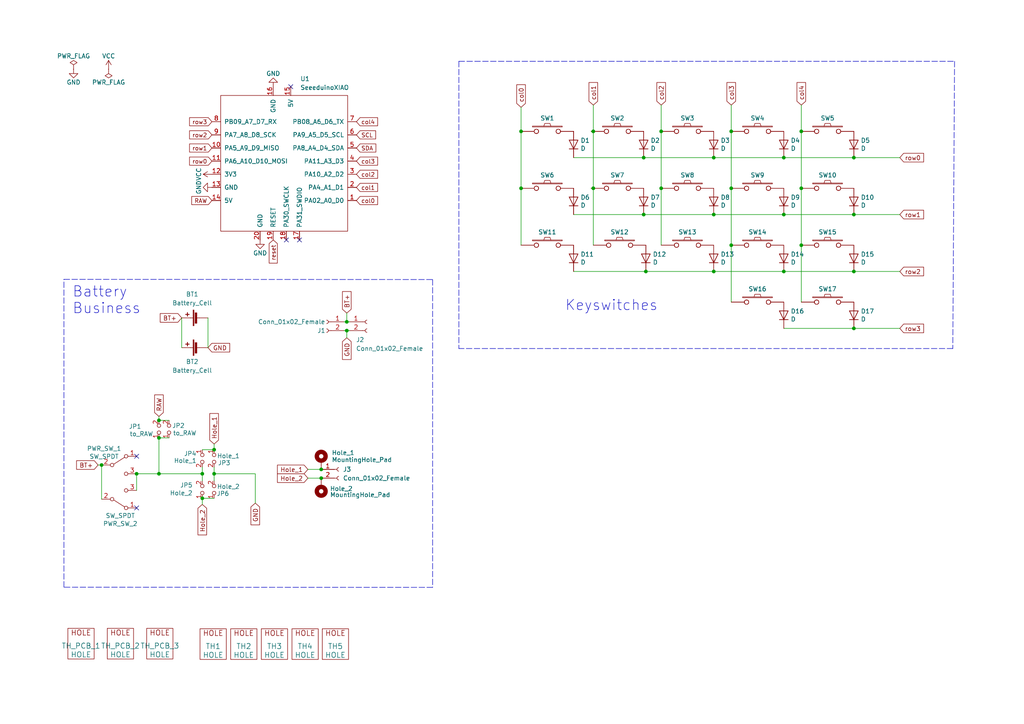
<source format=kicad_sch>
(kicad_sch (version 20211123) (generator eeschema)
  (paper "A4")
  (title_block (title "Kretsträd") (company "by JW"))
  (lib_symbols
    (symbol "Connector:Conn_01x02_Female" (pin_names (offset 1.016) hide)
      (property "Reference" "J" (at 0 2.54 0))
      (property "Value" "Conn_01x02_Female" (at 0 -5.08 0))
      (symbol "Conn_01x02_Female_1_1"
        (arc (start 0 -2.032) (mid -0.508 -2.54) (end 0 -3.048) (stroke (width 0.1524)))
        (polyline (pts (xy -1.27 -2.54) (xy -0.508 -2.54)) (stroke (width 0.1524)))
        (polyline (pts (xy -1.27 0) (xy -0.508 0)) (stroke (width 0.1524)))
        (arc (start 0 0.508) (mid -0.508 0) (end 0 -0.508) (stroke (width 0.1524)))
        (pin passive line (at -5.08 0 0) (length 3.81) (name "Pin_1") (number "1"))
        (pin passive line (at -5.08 -2.54 0) (length 3.81) (name "Pin_2") (number "2"))
      )
    )
    (symbol "Device:Battery_Cell" (pin_numbers hide) (pin_names (offset 0) hide)
      (property "Reference" "BT" (at 2.54 2.54 0))
      (property "Value" "Battery_Cell" (at 2.54 0 0))
      (symbol "Battery_Cell_0_1"
        (rectangle (start -2.286 1.778) (end 2.286 1.524) (fill (type outline)))
        (rectangle (start -1.5748 1.1938) (end 1.4732 0.6858) (fill (type outline)))
        (polyline (pts (xy 0 0.762) (xy 0 0)))
        (polyline (pts (xy 0 1.778) (xy 0 2.54)))
        (polyline (pts (xy 0.508 3.429) (xy 1.524 3.429)) (stroke (width 0.254)))
        (polyline (pts (xy 1.016 3.937) (xy 1.016 2.921)) (stroke (width 0.254)))
      )
      (symbol "Battery_Cell_1_1"
        (pin passive line (at 0 5.08 270) (length 2.54) (name "+") (number "1"))
        (pin passive line (at 0 -2.54 90) (length 2.54) (name "-") (number "2"))
      )
    )
    (symbol "Jumper_NO_Small_1" (pin_names (offset 0.762) hide)
      (property "Reference" "JP" (at 0 2.032 0))
      (property "Value" "Jumper_NO_Small_1" (at 0.254 -1.524 0))
      (symbol "Jumper_NO_Small_1_0_1"
        (circle (center -1.016 0) (radius 0.508))
        (circle (center 1.016 0) (radius 0.508))
        (pin passive line (at -2.54 0 0) (length 1.016) (name "1") (number "1"))
        (pin passive line (at 2.54 0 180) (length 1.016) (name "2") (number "2"))
      )
    )
    (symbol "Mechanical:MountingHole_Pad" (pin_numbers hide) (pin_names (offset 1.016) hide)
      (property "Reference" "H" (at 0 6.35 0))
      (property "Value" "MountingHole_Pad" (at 0 4.445 0))
      (symbol "MountingHole_Pad_0_1"
        (circle (center 0 1.27) (radius 1.27) (stroke (width 1.27)))
      )
      (symbol "MountingHole_Pad_1_1"
        (pin input line (at 0 -2.54 90) (length 2.54) (name "1") (number "1"))
      )
    )
    (symbol "Seeeduino XIAO:SeeeduinoXIAO" (pin_names (offset 1.016))
      (property "Reference" "U" (at -19.05 22.86 0))
      (property "Value" "SeeeduinoXIAO" (at -12.7 21.59 0))
      (symbol "SeeeduinoXIAO_0_1"
        (rectangle (start -19.05 20.32) (end 17.78 -19.05))
      )
      (symbol "SeeeduinoXIAO_1_1"
        (pin unspecified line (at -21.59 11.43 0) (length 2.54) (name "PA02_A0_D0") (number "1"))
        (pin unspecified line (at 20.32 -3.81 180) (length 2.54) (name "PA5_A9_D9_MISO") (number "10"))
        (pin unspecified line (at 20.32 0 180) (length 2.54) (name "PA6_A10_D10_MOSI") (number "11"))
        (pin unspecified line (at 20.32 3.81 180) (length 2.54) (name "3V3") (number "12"))
        (pin unspecified line (at 20.32 7.62 180) (length 2.54) (name "GND") (number "13"))
        (pin unspecified line (at 20.32 11.43 180) (length 2.54) (name "5V") (number "14"))
        (pin input line (at -2.54 -21.59 90) (length 2.54) (name "5V") (number "15"))
        (pin input line (at 2.54 -21.59 90) (length 2.54) (name "GND") (number "16"))
        (pin input line (at -5.08 22.86 270) (length 2.54) (name "PA31_SWDIO") (number "17"))
        (pin input line (at -1.27 22.86 270) (length 2.54) (name "PA30_SWCLK") (number "18"))
        (pin input line (at 2.54 22.86 270) (length 2.54) (name "RESET") (number "19"))
        (pin unspecified line (at -21.59 7.62 0) (length 2.54) (name "PA4_A1_D1") (number "2"))
        (pin input line (at 6.35 22.86 270) (length 2.54) (name "GND") (number "20"))
        (pin unspecified line (at -21.59 3.81 0) (length 2.54) (name "PA10_A2_D2") (number "3"))
        (pin unspecified line (at -21.59 0 0) (length 2.54) (name "PA11_A3_D3") (number "4"))
        (pin unspecified line (at -21.59 -3.81 0) (length 2.54) (name "PA8_A4_D4_SDA") (number "5"))
        (pin unspecified line (at -21.59 -7.62 0) (length 2.54) (name "PA9_A5_D5_SCL") (number "6"))
        (pin unspecified line (at -21.59 -11.43 0) (length 2.54) (name "PB08_A6_D6_TX") (number "7"))
        (pin unspecified line (at 20.32 -11.43 180) (length 2.54) (name "PB09_A7_D7_RX") (number "8"))
        (pin unspecified line (at 20.32 -7.62 180) (length 2.54) (name "PA7_A8_D8_SCK") (number "9"))
      )
    )
    (symbol "SofleKeyboard-rescue:D-Lily58-cache-Lily58_Pro-rescue" (pin_numbers hide) (pin_names (offset 1.016) hide)
      (property "Reference" "D" (at 0 2.54 0))
      (property "Value" "D-Lily58-cache-Lily58_Pro-rescue" (at 0 -2.54 0))
      (symbol "D-Lily58-cache-Lily58_Pro-rescue_0_1"
        (polyline (pts (xy -1.27 1.27) (xy -1.27 -1.27)) (stroke (width 0.2032)))
        (polyline (pts (xy 1.27 0) (xy -1.27 0)))
        (polyline (pts (xy 1.27 1.27) (xy 1.27 -1.27) (xy -1.27 0) (xy 1.27 1.27)) (stroke (width 0.2032)))
      )
      (symbol "D-Lily58-cache-Lily58_Pro-rescue_1_1"
        (pin passive line (at -3.81 0 0) (length 2.54) (name "K") (number "1"))
        (pin passive line (at 3.81 0 180) (length 2.54) (name "A") (number "2"))
      )
    )
    (symbol "SofleKeyboard-rescue:HOLE-Lily58-cache-Lily58_Pro-rescue" (pin_names (offset 1.016))
      (property "Reference" "U" (at 0 0 0))
      (property "Value" "HOLE-Lily58-cache-Lily58_Pro-rescue" (at 0 -5.08 0))
      (symbol "HOLE-Lily58-cache-Lily58_Pro-rescue_0_0"
        (text "HOLE" (at 0 3.81 0) (effects (font (size 1.524 1.524))))
      )
      (symbol "HOLE-Lily58-cache-Lily58_Pro-rescue_0_1"
        (rectangle (start 3.81 5.08) (end -3.81 -3.81))
      )
    )
    (symbol "SofleKeyboard-rescue:SW_PUSH-Lily58-cache-Lily58_Pro-rescue" (pin_numbers hide) (pin_names (offset 1.016) hide)
      (property "Reference" "SW" (at 3.81 2.794 0))
      (property "Value" "SW_PUSH-Lily58-cache-Lily58_Pro-rescue" (at 0 -2.032 0))
      (symbol "SW_PUSH-Lily58-cache-Lily58_Pro-rescue_0_1"
        (rectangle (start -4.318 1.27) (end 4.318 1.524))
        (polyline (pts (xy -1.016 1.524) (xy -0.762 2.286) (xy 0.762 2.286) (xy 1.016 1.524)))
        (pin passive inverted (at -7.62 0 0) (length 5.08) (name "1") (number "1"))
        (pin passive inverted (at 7.62 0 180) (length 5.08) (name "2") (number "2"))
      )
    )
    (symbol "Switch:SW_SPDT" (pin_names (offset 0) hide)
      (property "Reference" "SW" (at 0 4.318 0))
      (property "Value" "SW_SPDT" (at 0 -5.08 0))
      (symbol "SW_SPDT_0_0"
        (circle (center -2.032 0) (radius 0.508))
        (circle (center 2.032 -2.54) (radius 0.508))
      )
      (symbol "SW_SPDT_0_1"
        (polyline (pts (xy -1.524 0.254) (xy 1.651 2.286)))
        (circle (center 2.032 2.54) (radius 0.508))
      )
      (symbol "SW_SPDT_1_1"
        (pin passive line (at 5.08 2.54 180) (length 2.54) (name "A") (number "1"))
        (pin passive line (at -5.08 0 0) (length 2.54) (name "B") (number "2"))
        (pin passive line (at 5.08 -2.54 180) (length 2.54) (name "C") (number "3"))
      )
    )
    (symbol "power:GND" (power) (pin_names (offset 0))
      (property "Value" "GND" (at 0 -3.81 0))
      (symbol "GND_0_1"
        (polyline (pts (xy 0 0) (xy 0 -1.27) (xy 1.27 -1.27) (xy 0 -2.54) (xy -1.27 -1.27) (xy 0 -1.27)))
      )
      (symbol "GND_1_1"
        (pin power_in line (at 0 0 270) (length 0) hide (name "GND") (number "1"))
      )
    )
    (symbol "power:PWR_FLAG" (power) (pin_numbers hide) (pin_names (offset 0) hide)
      (property "Value" "PWR_FLAG" (at 0 3.81 0))
      (symbol "PWR_FLAG_0_0"
        (pin power_out line (at 0 0 90) (length 0) (name "pwr") (number "1"))
      )
      (symbol "PWR_FLAG_0_1"
        (polyline (pts (xy 0 0) (xy 0 1.27) (xy -1.016 1.905) (xy 0 2.54) (xy 1.016 1.905) (xy 0 1.27)))
      )
    )
    (symbol "power:VCC" (power) (pin_names (offset 0))
      (property "Value" "VCC" (at 0 3.81 0))
      (symbol "VCC_0_1"
        (polyline (pts (xy -0.762 1.27) (xy 0 2.54)))
        (polyline (pts (xy 0 0) (xy 0 2.54)))
        (polyline (pts (xy 0 2.54) (xy 0.762 1.27)))
      )
      (symbol "VCC_1_1"
        (pin power_in line (at 0 0 90) (length 0) hide (name "VCC") (number "1"))
      )
    )
  )
  (junction (at 227.33 45.72))
  (junction (at 247.65 45.72))
  (junction (at 247.65 78.74))
  (junction (at 29.464 134.874))
  (junction (at 151.13 38.1))
  (junction (at 191.77 54.61))
  (junction (at 227.33 78.74))
  (junction (at 247.65 95.25))
  (junction (at 207.01 78.74))
  (junction (at 212.09 38.1))
  (junction (at 247.65 62.23))
  (junction (at 232.41 54.61))
  (junction (at 212.09 71.12))
  (junction (at 151.13 54.61))
  (junction (at 62.103 137.414))
  (junction (at 58.674 137.414))
  (junction (at 186.69 62.23))
  (junction (at 172.085 38.1))
  (junction (at 187.325 78.74))
  (junction (at 62.103 130.429))
  (junction (at 58.674 144.526))
  (junction (at 232.41 38.1))
  (junction (at 212.09 54.61))
  (junction (at 39.624 137.414))
  (junction (at 93.1672 138.684))
  (junction (at 172.085 54.61))
  (junction (at 46.101 121.92))
  (junction (at 191.77 38.1))
  (junction (at 207.01 45.72))
  (junction (at 93.1672 136.144))
  (junction (at 46.101 127))
  (junction (at 232.41 71.12))
  (junction (at 46.101 137.414))
  (junction (at 100.584 95.885))
  (junction (at 227.33 62.23))
  (junction (at 207.01 62.23))
  (junction (at 186.69 45.72))
  (junction (at 100.584 93.345))
  (no_connect (at 86.868 69.596))
  (no_connect (at 39.624 147.32))
  (no_connect (at 84.328 25.146))
  (no_connect (at 83.058 69.596))
  (no_connect (at 39.624 132.334))
  (wire (pts (xy 46.101 137.414) (xy 39.624 137.414)))
  (wire (pts (xy 191.77 38.1) (xy 191.77 54.61)))
  (polyline (pts (xy 276.352 101.092) (xy 133.096 101.092)))
  (wire (pts (xy 29.464 134.874) (xy 29.464 144.78)))
  (polyline (pts (xy 125.476 170.3578) (xy 18.542 170.307)))
  (wire (pts (xy 151.13 38.1) (xy 151.13 54.61)))
  (wire (pts (xy 187.325 78.74) (xy 207.01 78.74)))
  (wire (pts (xy 89.3064 138.684) (xy 93.1672 138.684)))
  (wire (pts (xy 46.101 120.777) (xy 46.101 121.92)))
  (wire (pts (xy 58.674 139.446) (xy 58.674 137.414)))
  (wire (pts (xy 166.37 62.23) (xy 186.69 62.23)))
  (wire (pts (xy 247.65 45.72) (xy 260.985 45.72)))
  (wire (pts (xy 74.041 137.414) (xy 74.041 145.923)))
  (wire (pts (xy 99.822 95.885) (xy 100.584 95.885)))
  (wire (pts (xy 99.822 93.345) (xy 100.584 93.345)))
  (wire (pts (xy 212.09 38.1) (xy 212.09 54.61)))
  (wire (pts (xy 28.448 134.874) (xy 29.464 134.874)))
  (wire (pts (xy 58.674 135.509) (xy 58.674 137.414)))
  (wire (pts (xy 60.325 92.202) (xy 60.325 100.838)))
  (polyline (pts (xy 276.86 17.78) (xy 276.352 101.092)))
  (wire (pts (xy 232.41 71.12) (xy 232.41 87.63)))
  (wire (pts (xy 62.103 137.414) (xy 74.041 137.414)))
  (wire (pts (xy 172.085 54.61) (xy 171.45 54.61)))
  (wire (pts (xy 212.09 54.61) (xy 212.09 71.12)))
  (wire (pts (xy 151.13 31.115) (xy 151.13 38.1)))
  (wire (pts (xy 62.103 135.509) (xy 62.103 137.414)))
  (wire (pts (xy 186.69 45.72) (xy 207.01 45.72)))
  (wire (pts (xy 46.101 121.92) (xy 49.022 121.92)))
  (wire (pts (xy 100.584 90.805) (xy 100.584 93.345)))
  (wire (pts (xy 52.705 92.202) (xy 52.705 100.838)))
  (wire (pts (xy 232.41 38.1) (xy 232.41 54.61)))
  (wire (pts (xy 247.65 62.23) (xy 260.985 62.23)))
  (wire (pts (xy 227.33 78.74) (xy 247.65 78.74)))
  (wire (pts (xy 172.085 38.1) (xy 172.085 54.61)))
  (wire (pts (xy 186.69 62.23) (xy 207.01 62.23)))
  (wire (pts (xy 62.103 128.778) (xy 62.103 130.429)))
  (wire (pts (xy 172.085 30.48) (xy 172.085 38.1)))
  (wire (pts (xy 46.101 127) (xy 46.101 137.414)))
  (wire (pts (xy 227.33 62.23) (xy 247.65 62.23)))
  (wire (pts (xy 207.01 62.23) (xy 227.33 62.23)))
  (wire (pts (xy 58.674 130.429) (xy 62.103 130.429)))
  (wire (pts (xy 100.584 95.885) (xy 100.584 97.9678)))
  (wire (pts (xy 232.41 30.48) (xy 232.41 38.1)))
  (wire (pts (xy 89.3064 136.144) (xy 93.1672 136.144)))
  (wire (pts (xy 212.09 30.48) (xy 212.09 38.1)))
  (wire (pts (xy 247.65 95.25) (xy 260.985 95.25)))
  (wire (pts (xy 191.77 30.48) (xy 191.77 38.1)))
  (wire (pts (xy 166.37 45.72) (xy 186.69 45.72)))
  (wire (pts (xy 46.101 127) (xy 49.022 127)))
  (wire (pts (xy 232.41 54.61) (xy 232.41 71.12)))
  (wire (pts (xy 58.674 144.526) (xy 62.103 144.526)))
  (polyline (pts (xy 125.476 81.0768) (xy 125.476 170.3578)))
  (wire (pts (xy 191.77 54.61) (xy 191.77 71.12)))
  (polyline (pts (xy 133.096 17.78) (xy 133.096 101.092)))
  (polyline (pts (xy 133.096 17.78) (xy 276.86 17.78)))
  (wire (pts (xy 212.09 71.12) (xy 212.09 87.63)))
  (wire (pts (xy 207.01 78.74) (xy 227.33 78.74)))
  (wire (pts (xy 58.674 144.526) (xy 58.674 146.304)))
  (wire (pts (xy 100.584 95.885) (xy 101.346 95.885)))
  (wire (pts (xy 58.674 137.414) (xy 46.101 137.414)))
  (wire (pts (xy 166.37 78.74) (xy 187.325 78.74)))
  (wire (pts (xy 39.624 137.414) (xy 39.624 142.24)))
  (wire (pts (xy 172.085 38.1) (xy 171.45 38.1)))
  (polyline (pts (xy 18.542 170.307) (xy 18.542 81.026)))
  (wire (pts (xy 207.01 45.72) (xy 227.33 45.72)))
  (wire (pts (xy 172.085 54.61) (xy 172.085 71.12)))
  (wire (pts (xy 151.13 54.61) (xy 151.13 71.12)))
  (wire (pts (xy 62.103 137.414) (xy 62.103 139.446)))
  (wire (pts (xy 227.33 45.72) (xy 247.65 45.72)))
  (wire (pts (xy 100.584 93.345) (xy 101.346 93.345)))
  (polyline (pts (xy 18.542 81.026) (xy 125.476 81.0768)))
  (wire (pts (xy 227.33 95.25) (xy 247.65 95.25)))
  (wire (pts (xy 247.65 78.74) (xy 260.985 78.74)))
  (text "Keyswitches" (at 163.83 90.424 0) (effects (font (size 2.9972 2.9972)) (justify left bottom)))
  (text "Battery\nBusiness" (at 20.955 91.313 0) (effects (font (size 2.9972 2.9972)) (justify left bottom)))
  (global_label "row3" (shape input) (at 260.985 95.25 0) (property "Intersheet References" "${INTERSHEET_REFS}" (effects hide)))
  (global_label "GND" (shape input) (at 100.584 97.9678 270) (property "Intersheet References" "${INTERSHEET_REFS}" (effects hide)))
  (global_label "row1" (shape input) (at 260.985 62.23 0) (property "Intersheet References" "${INTERSHEET_REFS}" (effects hide)))
  (global_label "col3" (shape input) (at 103.378 46.736 0) (effects (font (size 1.1938 1.1938))) (property "Intersheet References" "${INTERSHEET_REFS}" (effects hide)))
  (global_label "SDA" (shape input) (at 103.378 42.926 0) (effects (font (size 1.1938 1.1938))) (property "Intersheet References" "${INTERSHEET_REFS}" (effects hide)))
  (global_label "BT+" (shape input) (at 100.584 90.805 90) (property "Intersheet References" "${INTERSHEET_REFS}" (effects hide)))
  (global_label "col0" (shape input) (at 103.378 58.166 0) (effects (font (size 1.1938 1.1938))) (property "Intersheet References" "${INTERSHEET_REFS}" (effects hide)))
  (global_label "col1" (shape input) (at 103.378 54.356 0) (effects (font (size 1.1938 1.1938))) (property "Intersheet References" "${INTERSHEET_REFS}" (effects hide)))
  (global_label "Hole_1" (shape input) (at 89.3064 136.144 180) (property "Intersheet References" "${INTERSHEET_REFS}" (effects hide)))
  (global_label "BT+" (shape input) (at 52.705 92.202 180) (property "Intersheet References" "${INTERSHEET_REFS}" (effects hide)))
  (global_label "GND" (shape input) (at 74.041 145.923 270) (property "Intersheet References" "${INTERSHEET_REFS}" (effects hide)))
  (global_label "GND" (shape input) (at 60.325 100.838 0) (property "Intersheet References" "${INTERSHEET_REFS}" (effects hide)))
  (global_label "reset" (shape input) (at 79.248 69.596 270) (effects (font (size 1.1938 1.1938))) (property "Intersheet References" "${INTERSHEET_REFS}" (effects hide)))
  (global_label "row0" (shape input) (at 260.985 45.72 0) (property "Intersheet References" "${INTERSHEET_REFS}" (effects hide)))
  (global_label "Hole_2" (shape input) (at 58.674 146.304 270) (property "Intersheet References" "${INTERSHEET_REFS}" (effects hide)))
  (global_label "col2" (shape input) (at 191.77 30.48 90) (property "Intersheet References" "${INTERSHEET_REFS}" (effects hide)))
  (global_label "col1" (shape input) (at 172.085 30.48 90) (property "Intersheet References" "${INTERSHEET_REFS}" (effects hide)))
  (global_label "row2" (shape input) (at 61.468 39.116 180) (effects (font (size 1.1938 1.1938))) (property "Intersheet References" "${INTERSHEET_REFS}" (effects hide)))
  (global_label "row1" (shape input) (at 61.468 42.926 180) (effects (font (size 1.1938 1.1938))) (property "Intersheet References" "${INTERSHEET_REFS}" (effects hide)))
  (global_label "Hole_1" (shape input) (at 62.103 128.778 90) (property "Intersheet References" "${INTERSHEET_REFS}" (effects hide)))
  (global_label "row0" (shape input) (at 61.468 46.736 180) (effects (font (size 1.1938 1.1938))) (property "Intersheet References" "${INTERSHEET_REFS}" (effects hide)))
  (global_label "RAW" (shape input) (at 46.101 120.777 90) (property "Intersheet References" "${INTERSHEET_REFS}" (effects hide)))
  (global_label "col2" (shape input) (at 103.378 50.546 0) (effects (font (size 1.1938 1.1938))) (property "Intersheet References" "${INTERSHEET_REFS}" (effects hide)))
  (global_label "row3" (shape input) (at 61.468 35.306 180) (effects (font (size 1.1938 1.1938))) (property "Intersheet References" "${INTERSHEET_REFS}" (effects hide)))
  (global_label "col3" (shape input) (at 212.09 30.48 90) (property "Intersheet References" "${INTERSHEET_REFS}" (effects hide)))
  (global_label "SCL" (shape input) (at 103.378 39.116 0) (effects (font (size 1.1938 1.1938))) (property "Intersheet References" "${INTERSHEET_REFS}" (effects hide)))
  (global_label "col4" (shape input) (at 232.41 30.48 90) (property "Intersheet References" "${INTERSHEET_REFS}" (effects hide)))
  (global_label "BT+" (shape input) (at 28.448 134.874 180) (property "Intersheet References" "${INTERSHEET_REFS}" (effects hide)))
  (global_label "RAW" (shape input) (at 61.468 58.166 180) (effects (font (size 1.1938 1.1938))) (property "Intersheet References" "${INTERSHEET_REFS}" (effects hide)))
  (global_label "Hole_2" (shape input) (at 89.3064 138.684 180) (property "Intersheet References" "${INTERSHEET_REFS}" (effects hide)))
  (global_label "col4" (shape input) (at 103.378 35.306 0) (effects (font (size 1.1938 1.1938))) (property "Intersheet References" "${INTERSHEET_REFS}" (effects hide)))
  (global_label "col0" (shape input) (at 151.13 31.115 90) (property "Intersheet References" "${INTERSHEET_REFS}" (effects hide)))
  (global_label "row2" (shape input) (at 260.985 78.74 0) (property "Intersheet References" "${INTERSHEET_REFS}" (effects hide)))
  (symbol (lib_id "power:GND") (at 21.336 20.066 0) (unit 1)
    (property "Reference" "#PWR03" (effects hide))
    (property "Value" "GND" (at 21.336 23.876 0))
  )
  (symbol (lib_id "power:VCC") (at 31.496 20.066 0) (unit 1)
    (property "Reference" "#PWR04" (effects hide))
    (property "Value" "VCC" (at 31.496 16.256 0))
  )
  (symbol (lib_id "power:PWR_FLAG") (at 31.496 20.066 180) (unit 1)
    (property "Reference" "#FLG05" (effects hide))
    (property "Value" "PWR_FLAG" (at 31.496 23.876 0))
  )
  (symbol (lib_id "power:PWR_FLAG") (at 21.336 20.066 0) (unit 1)
    (property "Reference" "#FLG06" (effects hide))
    (property "Value" "PWR_FLAG" (at 21.336 16.256 0))
  )
  (symbol (lib_id "Connector:Conn_01x02_Female") (at 94.742 93.345 0) (mirror y) (unit 1)
    (property "Reference" "J1" (at 93.218 95.885 0))
    (property "Value" "Conn_01x02_Female" (at 84.582 93.345 0))
    (property "Footprint" "Connector_Molex:Molex_Panelmate_53780-0270_1x02-1MP_P1.25mm_Horizontal" (effects hide))
  )
  (symbol (lib_id "Mechanical:MountingHole_Pad") (at 93.1672 133.604 0) (unit 1)
    (property "Reference" "Hole_1" (at 96.2152 131.318 0) (effects (justify left)))
    (property "Value" "MountingHole_Pad" (at 96.2152 133.35 0) (effects (justify left)))
    (property "Footprint" "kbd:1pin_conn" (effects hide))
  )
  (symbol (lib_id "SofleKeyboard-rescue:D-Lily58-cache-Lily58_Pro-rescue") (at 227.33 74.93 90) (unit 1)
    (property "Reference" "D14" (at 229.3366 73.7616 90) (effects (justify right)))
    (property "Value" "D" (at 229.3366 76.073 90) (effects (justify right)))
    (property "Footprint" "jw_custom_footprint:Diode_SOD123_THT_2" (effects hide))
  )
  (symbol (lib_id "Switch:SW_SPDT") (at 34.544 144.78 0) (mirror x) (unit 1)
    (property "Reference" "PWR_SW_2" (at 34.8996 151.892 0))
    (property "Value" "SW_SPDT" (at 34.8996 149.5806 0))
    (property "Footprint" "Button_Switch_SMD:SW_SPDT_PCM12" (effects hide))
  )
  (symbol (lib_id "SofleKeyboard-rescue:D-Lily58-cache-Lily58_Pro-rescue") (at 227.33 91.44 90) (unit 1)
    (property "Reference" "D16" (at 229.3366 90.2716 90) (effects (justify right)))
    (property "Value" "D" (at 229.3366 92.583 90) (effects (justify right)))
    (property "Footprint" "jw_custom_footprint:Diode_SOD123_THT_2" (effects hide))
  )
  (symbol (lib_id "SofleKeyboard-rescue:SW_PUSH-Lily58-cache-Lily58_Pro-rescue") (at 240.03 54.61 0) (unit 1)
    (property "Reference" "SW10" (at 240.03 50.8 0))
    (property "Value" "SW_PUSH" (effects hide))
    (property "Footprint" "jw_custom_footprint:Kailh_socket_PG1350_v1_reversible" (effects hide))
  )
  (symbol (lib_id "power:GND") (at 75.438 69.596 0) (unit 1)
    (property "Reference" "#PWR0101" (effects hide))
    (property "Value" "GND" (at 75.438 73.406 0))
  )
  (symbol (lib_id "SofleKeyboard-rescue:SW_PUSH-Lily58-cache-Lily58_Pro-rescue") (at 240.03 38.1 0) (unit 1)
    (property "Reference" "SW5" (at 240.03 34.29 0))
    (property "Value" "SW_PUSH" (effects hide))
    (property "Footprint" "jw_custom_footprint:Kailh_socket_PG1350_v1_reversible" (effects hide))
  )
  (symbol (lib_name "Jumper_NO_Small_1") (lib_id "Device:Jumper_NO_Small") (at 58.674 141.986 90) (unit 1)
    (property "Reference" "JP5" (at 55.88 140.716 90) (effects (justify left)))
    (property "Value" "Hole_2" (at 55.88 143.002 90) (effects (justify left)))
    (property "Footprint" "Jumper:SolderJumper-2_P1.3mm_Open_RoundedPad1.0x1.5mm" (effects hide))
  )
  (symbol (lib_id "power:GND") (at 61.468 54.356 270) (unit 1)
    (property "Reference" "#PWR0102" (effects hide))
    (property "Value" "GND" (at 57.658 54.356 0))
  )
  (symbol (lib_id "SofleKeyboard-rescue:HOLE-Lily58-cache-Lily58_Pro-rescue") (at 97.282 187.452 0) (unit 1)
    (property "Reference" "TH5" (at 97.282 187.452 0) (effects (font (size 1.524 1.524))))
    (property "Value" "HOLE" (at 97.282 189.992 0) (effects (font (size 1.524 1.524))))
    (property "Footprint" "MountingHole:MountingHole_3.2mm_M3" (effects hide))
  )
  (symbol (lib_id "Connector:Conn_01x02_Female") (at 106.426 93.345 0) (unit 1)
    (property "Reference" "J2" (at 103.251 98.552 0) (effects (justify left)))
    (property "Value" "Conn_01x02_Female" (at 103.251 101.092 0) (effects (justify left)))
    (property "Footprint" "Connector_Molex:Molex_Panelmate_53780-0270_1x02-1MP_P1.25mm_Horizontal" (effects hide))
  )
  (symbol (lib_name "Jumper_NO_Small_1") (lib_id "Device:Jumper_NO_Small") (at 58.674 132.969 270) (unit 1)
    (property "Reference" "JP4" (at 53.34 131.572 90) (effects (justify left)))
    (property "Value" "Hole_1" (at 50.419 133.604 90) (effects (justify left)))
    (property "Footprint" "Jumper:SolderJumper-2_P1.3mm_Open_RoundedPad1.0x1.5mm" (effects hide))
  )
  (symbol (lib_id "SofleKeyboard-rescue:D-Lily58-cache-Lily58_Pro-rescue") (at 166.37 41.91 90) (unit 1)
    (property "Reference" "D1" (at 168.3766 40.7416 90) (effects (justify right)))
    (property "Value" "D" (at 168.3766 43.053 90) (effects (justify right)))
    (property "Footprint" "jw_custom_footprint:Diode_SOD123_THT_2" (effects hide))
  )
  (symbol (lib_id "SofleKeyboard-rescue:SW_PUSH-Lily58-cache-Lily58_Pro-rescue") (at 219.71 54.61 0) (unit 1)
    (property "Reference" "SW9" (at 219.71 50.8 0))
    (property "Value" "SW_PUSH" (effects hide))
    (property "Footprint" "jw_custom_footprint:Kailh_socket_PG1350_v1_reversible" (effects hide))
  )
  (symbol (lib_id "SofleKeyboard-rescue:D-Lily58-cache-Lily58_Pro-rescue") (at 247.65 91.44 90) (unit 1)
    (property "Reference" "D17" (at 249.6566 90.2716 90) (effects (justify right)))
    (property "Value" "D" (at 249.6566 92.583 90) (effects (justify right)))
    (property "Footprint" "jw_custom_footprint:Diode_SOD123_THT_2" (effects hide))
  )
  (symbol (lib_id "SofleKeyboard-rescue:D-Lily58-cache-Lily58_Pro-rescue") (at 247.65 58.42 90) (unit 1)
    (property "Reference" "D10" (at 249.6566 57.2516 90) (effects (justify right)))
    (property "Value" "D" (at 249.6566 59.563 90) (effects (justify right)))
    (property "Footprint" "jw_custom_footprint:Diode_SOD123_THT_2" (effects hide))
  )
  (symbol (lib_id "SofleKeyboard-rescue:D-Lily58-cache-Lily58_Pro-rescue") (at 207.01 74.93 90) (unit 1)
    (property "Reference" "D13" (at 209.0166 73.7616 90) (effects (justify right)))
    (property "Value" "D" (at 209.0166 76.073 90) (effects (justify right)))
    (property "Footprint" "jw_custom_footprint:Diode_SOD123_THT_2" (effects hide))
  )
  (symbol (lib_id "Device:Battery_Cell") (at 57.785 100.838 90) (unit 1)
    (property "Reference" "BT2" (at 55.753 104.902 90))
    (property "Value" "Battery_Cell" (at 55.753 107.442 90))
    (property "Footprint" "jw_custom_footprint:BatteryHolder_Keystone_3034_1x20mm_mod" (effects hide))
  )
  (symbol (lib_id "SofleKeyboard-rescue:SW_PUSH-Lily58-cache-Lily58_Pro-rescue") (at 158.75 54.61 0) (unit 1)
    (property "Reference" "SW6" (at 158.75 50.8 0))
    (property "Value" "SW_PUSH" (effects hide))
    (property "Footprint" "jw_custom_footprint:Kailh_socket_PG1350_v1_reversible" (effects hide))
  )
  (symbol (lib_id "SofleKeyboard-rescue:SW_PUSH-Lily58-cache-Lily58_Pro-rescue") (at 219.71 38.1 0) (unit 1)
    (property "Reference" "SW4" (at 219.71 34.29 0))
    (property "Value" "SW_PUSH" (effects hide))
    (property "Footprint" "jw_custom_footprint:Kailh_socket_PG1350_v1_reversible" (effects hide))
  )
  (symbol (lib_id "SofleKeyboard-rescue:HOLE-Lily58-cache-Lily58_Pro-rescue") (at 61.8236 187.452 0) (unit 1)
    (property "Reference" "TH1" (at 61.8236 187.452 0) (effects (font (size 1.524 1.524))))
    (property "Value" "HOLE" (at 61.8236 189.992 0) (effects (font (size 1.524 1.524))))
    (property "Footprint" "MountingHole:MountingHole_3.2mm_M3" (effects hide))
  )
  (symbol (lib_id "power:VCC") (at 61.468 50.546 90) (unit 1)
    (property "Reference" "#PWR0103" (effects hide))
    (property "Value" "VCC" (at 57.658 50.546 0))
  )
  (symbol (lib_id "SofleKeyboard-rescue:HOLE-Lily58-cache-Lily58_Pro-rescue") (at 88.4936 187.452 0) (unit 1)
    (property "Reference" "TH4" (at 88.4936 187.452 0) (effects (font (size 1.524 1.524))))
    (property "Value" "HOLE" (at 88.4936 189.992 0) (effects (font (size 1.524 1.524))))
    (property "Footprint" "MountingHole:MountingHole_3.2mm_M3" (effects hide))
  )
  (symbol (lib_id "Switch:SW_SPDT") (at 34.544 134.874 0) (unit 1)
    (property "Reference" "PWR_SW_1" (at 30.2006 130.0988 0))
    (property "Value" "SW_SPDT" (at 30.2006 132.4102 0))
    (property "Footprint" "Button_Switch_SMD:SW_SPDT_PCM12" (effects hide))
  )
  (symbol (lib_name "Jumper_NO_Small_1") (lib_id "Device:Jumper_NO_Small") (at 46.101 124.46 90) (unit 1)
    (property "Reference" "JP1" (at 41.021 123.698 90) (effects (justify left)))
    (property "Value" "to_RAW" (at 44.45 125.857 90) (effects (justify left)))
    (property "Footprint" "Jumper:SolderJumper-2_P1.3mm_Open_RoundedPad1.0x1.5mm" (effects hide))
  )
  (symbol (lib_id "SofleKeyboard-rescue:HOLE-Lily58-cache-Lily58_Pro-rescue") (at 23.495 187.325 0) (unit 1)
    (property "Reference" "TH_PCB_1" (at 23.495 187.325 0) (effects (font (size 1.524 1.524))))
    (property "Value" "HOLE" (at 23.495 189.865 0) (effects (font (size 1.524 1.524))))
    (property "Footprint" "MountingHole:MountingHole_2.2mm_M2_Pad" (effects hide))
  )
  (symbol (lib_id "SofleKeyboard-rescue:D-Lily58-cache-Lily58_Pro-rescue") (at 207.01 58.42 90) (unit 1)
    (property "Reference" "D8" (at 209.0166 57.2516 90) (effects (justify right)))
    (property "Value" "D" (at 209.0166 59.563 90) (effects (justify right)))
    (property "Footprint" "jw_custom_footprint:Diode_SOD123_THT_2" (effects hide))
  )
  (symbol (lib_id "SofleKeyboard-rescue:SW_PUSH-Lily58-cache-Lily58_Pro-rescue") (at 179.07 54.61 0) (unit 1)
    (property "Reference" "SW7" (at 179.07 50.8 0))
    (property "Value" "SW_PUSH" (effects hide))
    (property "Footprint" "jw_custom_footprint:Kailh_socket_PG1350_v1_reversible" (effects hide))
  )
  (symbol (lib_name "Jumper_NO_Small_1") (lib_id "Device:Jumper_NO_Small") (at 62.103 141.986 90) (unit 1)
    (property "Reference" "JP6" (at 66.4972 143.1544 90) (effects (justify left)))
    (property "Value" "Hole_2" (at 69.5452 141.1224 90) (effects (justify left)))
    (property "Footprint" "Jumper:SolderJumper-2_P1.3mm_Open_RoundedPad1.0x1.5mm" (effects hide))
  )
  (symbol (lib_id "SofleKeyboard-rescue:D-Lily58-cache-Lily58_Pro-rescue") (at 207.01 41.91 90) (unit 1)
    (property "Reference" "D3" (at 209.0166 40.7416 90) (effects (justify right)))
    (property "Value" "D" (at 209.0166 43.053 90) (effects (justify right)))
    (property "Footprint" "jw_custom_footprint:Diode_SOD123_THT_2" (effects hide))
  )
  (symbol (lib_id "SofleKeyboard-rescue:D-Lily58-cache-Lily58_Pro-rescue") (at 187.325 74.93 90) (unit 1)
    (property "Reference" "D12" (at 189.3316 73.7616 90) (effects (justify right)))
    (property "Value" "D" (at 189.3316 76.073 90) (effects (justify right)))
    (property "Footprint" "jw_custom_footprint:Diode_SOD123_THT_2" (effects hide))
  )
  (symbol (lib_id "SofleKeyboard-rescue:SW_PUSH-Lily58-cache-Lily58_Pro-rescue") (at 199.39 54.61 0) (unit 1)
    (property "Reference" "SW8" (at 199.39 50.8 0))
    (property "Value" "SW_PUSH" (effects hide))
    (property "Footprint" "jw_custom_footprint:Kailh_socket_PG1350_v1_reversible" (effects hide))
  )
  (symbol (lib_id "SofleKeyboard-rescue:SW_PUSH-Lily58-cache-Lily58_Pro-rescue") (at 158.75 71.12 0) (unit 1)
    (property "Reference" "SW11" (at 158.75 67.31 0))
    (property "Value" "SW_PUSH" (effects hide))
    (property "Footprint" "jw_custom_footprint:Kailh_socket_PG1350_v1_reversible" (effects hide))
  )
  (symbol (lib_name "Jumper_NO_Small_1") (lib_id "Device:Jumper_NO_Small") (at 62.103 132.969 270) (unit 1)
    (property "Reference" "JP3" (at 63.1952 134.2644 90) (effects (justify left)))
    (property "Value" "Hole_1" (at 62.9412 132.2324 90) (effects (justify left)))
    (property "Footprint" "Jumper:SolderJumper-2_P1.3mm_Open_RoundedPad1.0x1.5mm" (effects hide))
  )
  (symbol (lib_id "SofleKeyboard-rescue:HOLE-Lily58-cache-Lily58_Pro-rescue") (at 70.7136 187.452 0) (unit 1)
    (property "Reference" "TH2" (at 70.7136 187.452 0) (effects (font (size 1.524 1.524))))
    (property "Value" "HOLE" (at 70.7136 189.992 0) (effects (font (size 1.524 1.524))))
    (property "Footprint" "MountingHole:MountingHole_3.2mm_M3" (effects hide))
  )
  (symbol (lib_id "SofleKeyboard-rescue:SW_PUSH-Lily58-cache-Lily58_Pro-rescue") (at 199.39 38.1 0) (unit 1)
    (property "Reference" "SW3" (at 199.39 34.29 0))
    (property "Value" "SW_PUSH" (effects hide))
    (property "Footprint" "jw_custom_footprint:Kailh_socket_PG1350_v1_reversible" (effects hide))
  )
  (symbol (lib_id "Device:Battery_Cell") (at 57.785 92.202 90) (unit 1)
    (property "Reference" "BT1" (at 55.753 85.344 90))
    (property "Value" "Battery_Cell" (at 55.753 87.884 90))
    (property "Footprint" "jw_custom_footprint:BatteryHolder_Keystone_3034_1x20mm_mod" (effects hide))
  )
  (symbol (lib_name "Jumper_NO_Small_1") (lib_id "Device:Jumper_NO_Small") (at 49.022 124.46 90) (unit 1)
    (property "Reference" "JP2" (at 53.594 123.444 90) (effects (justify left)))
    (property "Value" "to_RAW" (at 57.023 125.603 90) (effects (justify left)))
    (property "Footprint" "Jumper:SolderJumper-2_P1.3mm_Open_RoundedPad1.0x1.5mm" (effects hide))
  )
  (symbol (lib_id "power:GND") (at 79.248 25.146 180) (unit 1)
    (property "Reference" "#PWR0104" (effects hide))
    (property "Value" "GND" (at 79.248 21.336 0))
  )
  (symbol (lib_id "Mechanical:MountingHole_Pad") (at 93.1672 141.224 180) (unit 1)
    (property "Reference" "Hole_2" (at 102.3112 141.732 0) (effects (justify left)))
    (property "Value" "MountingHole_Pad" (at 113.2332 143.51 0) (effects (justify left)))
    (property "Footprint" "kbd:1pin_conn" (effects hide))
  )
  (symbol (lib_id "SofleKeyboard-rescue:SW_PUSH-Lily58-cache-Lily58_Pro-rescue") (at 240.03 87.63 0) (unit 1)
    (property "Reference" "SW17" (at 240.03 83.82 0))
    (property "Value" "SW_PUSH" (effects hide))
    (property "Footprint" "jw_custom_footprint:Kailh_socket_PG1350_v1_reversible" (effects hide))
  )
  (symbol (lib_id "SofleKeyboard-rescue:SW_PUSH-Lily58-cache-Lily58_Pro-rescue") (at 179.07 38.1 0) (unit 1)
    (property "Reference" "SW2" (at 179.07 34.29 0))
    (property "Value" "SW_PUSH" (effects hide))
    (property "Footprint" "jw_custom_footprint:Kailh_socket_PG1350_v1_reversible" (effects hide))
  )
  (symbol (lib_id "SofleKeyboard-rescue:D-Lily58-cache-Lily58_Pro-rescue") (at 186.69 58.42 90) (unit 1)
    (property "Reference" "D7" (at 188.6966 57.2516 90) (effects (justify right)))
    (property "Value" "D" (at 188.6966 59.563 90) (effects (justify right)))
    (property "Footprint" "jw_custom_footprint:Diode_SOD123_THT_2" (effects hide))
  )
  (symbol (lib_id "SofleKeyboard-rescue:SW_PUSH-Lily58-cache-Lily58_Pro-rescue") (at 179.705 71.12 0) (unit 1)
    (property "Reference" "SW12" (at 179.705 67.31 0))
    (property "Value" "SW_PUSH" (effects hide))
    (property "Footprint" "jw_custom_footprint:Kailh_socket_PG1350_v1_reversible" (effects hide))
  )
  (symbol (lib_id "SofleKeyboard-rescue:SW_PUSH-Lily58-cache-Lily58_Pro-rescue") (at 158.75 38.1 0) (unit 1)
    (property "Reference" "SW1" (at 158.75 34.29 0))
    (property "Value" "SW_PUSH" (effects hide))
    (property "Footprint" "jw_custom_footprint:Kailh_socket_PG1350_v1_reversible" (effects hide))
  )
  (symbol (lib_id "Seeeduino XIAO:SeeeduinoXIAO") (at 81.788 46.736 180) (unit 1)
    (property "Reference" "U1" (at 87.0967 22.86 0) (effects (justify right)))
    (property "Value" "SeeeduinoXIAO" (at 87.0967 25.4 0) (effects (justify right)))
    (property "Footprint" "jw_custom_footprint:Xiao THT jumper pad" (effects hide))
  )
  (symbol (lib_id "SofleKeyboard-rescue:D-Lily58-cache-Lily58_Pro-rescue") (at 247.65 74.93 90) (unit 1)
    (property "Reference" "D15" (at 249.6566 73.7616 90) (effects (justify right)))
    (property "Value" "D" (at 249.6566 76.073 90) (effects (justify right)))
    (property "Footprint" "jw_custom_footprint:Diode_SOD123_THT_2" (effects hide))
  )
  (symbol (lib_id "Connector:Conn_01x02_Female") (at 98.2472 136.144 0) (unit 1)
    (property "Reference" "J3" (at 99.4664 136.1439 0) (effects (justify left)))
    (property "Value" "Conn_01x02_Female" (at 99.4664 138.6839 0) (effects (justify left)))
    (property "Footprint" "Connector_Molex:Molex_PicoBlade_53047-0210_1x02_P1.25mm_Vertical" (effects hide))
  )
  (symbol (lib_id "SofleKeyboard-rescue:D-Lily58-cache-Lily58_Pro-rescue") (at 186.69 41.91 90) (unit 1)
    (property "Reference" "D2" (at 188.6966 40.7416 90) (effects (justify right)))
    (property "Value" "D" (at 188.6966 43.053 90) (effects (justify right)))
    (property "Footprint" "jw_custom_footprint:Diode_SOD123_THT_2" (effects hide))
  )
  (symbol (lib_id "SofleKeyboard-rescue:D-Lily58-cache-Lily58_Pro-rescue") (at 166.37 74.93 90) (unit 1)
    (property "Reference" "D11" (at 168.3766 73.7616 90) (effects (justify right)))
    (property "Value" "D" (at 168.3766 76.073 90) (effects (justify right)))
    (property "Footprint" "jw_custom_footprint:Diode_SOD123_THT_2" (effects hide))
  )
  (symbol (lib_id "SofleKeyboard-rescue:SW_PUSH-Lily58-cache-Lily58_Pro-rescue") (at 240.03 71.12 0) (unit 1)
    (property "Reference" "SW15" (at 240.03 67.31 0))
    (property "Value" "SW_PUSH" (effects hide))
    (property "Footprint" "jw_custom_footprint:Kailh_socket_PG1350_v1_reversible" (effects hide))
  )
  (symbol (lib_id "SofleKeyboard-rescue:HOLE-Lily58-cache-Lily58_Pro-rescue") (at 79.6036 187.452 0) (unit 1)
    (property "Reference" "TH3" (at 79.6036 187.452 0) (effects (font (size 1.524 1.524))))
    (property "Value" "HOLE" (at 79.6036 189.992 0) (effects (font (size 1.524 1.524))))
    (property "Footprint" "MountingHole:MountingHole_3.2mm_M3" (effects hide))
  )
  (symbol (lib_id "SofleKeyboard-rescue:SW_PUSH-Lily58-cache-Lily58_Pro-rescue") (at 219.71 71.12 0) (unit 1)
    (property "Reference" "SW14" (at 219.71 67.31 0))
    (property "Value" "SW_PUSH" (effects hide))
    (property "Footprint" "jw_custom_footprint:Kailh_socket_PG1350_v1_reversible" (effects hide))
  )
  (symbol (lib_id "SofleKeyboard-rescue:SW_PUSH-Lily58-cache-Lily58_Pro-rescue") (at 199.39 71.12 0) (unit 1)
    (property "Reference" "SW13" (at 199.39 67.31 0))
    (property "Value" "SW_PUSH" (effects hide))
    (property "Footprint" "jw_custom_footprint:Kailh_socket_PG1350_v1_reversible" (effects hide))
  )
  (symbol (lib_id "SofleKeyboard-rescue:D-Lily58-cache-Lily58_Pro-rescue") (at 227.33 58.42 90) (unit 1)
    (property "Reference" "D9" (at 229.3366 57.2516 90) (effects (justify right)))
    (property "Value" "D" (at 229.3366 59.563 90) (effects (justify right)))
    (property "Footprint" "jw_custom_footprint:Diode_SOD123_THT_2" (effects hide))
  )
  (symbol (lib_id "SofleKeyboard-rescue:D-Lily58-cache-Lily58_Pro-rescue") (at 247.65 41.91 90) (unit 1)
    (property "Reference" "D5" (at 249.6566 40.7416 90) (effects (justify right)))
    (property "Value" "D" (at 249.6566 43.053 90) (effects (justify right)))
    (property "Footprint" "jw_custom_footprint:Diode_SOD123_THT_2" (effects hide))
  )
  (symbol (lib_id "SofleKeyboard-rescue:SW_PUSH-Lily58-cache-Lily58_Pro-rescue") (at 219.71 87.63 0) (unit 1)
    (property "Reference" "SW16" (at 219.71 83.82 0))
    (property "Value" "SW_PUSH" (effects hide))
    (property "Footprint" "jw_custom_footprint:Kailh_socket_PG1350_v1_reversible" (effects hide))
  )
  (symbol (lib_id "SofleKeyboard-rescue:D-Lily58-cache-Lily58_Pro-rescue") (at 166.37 58.42 90) (unit 1)
    (property "Reference" "D6" (at 168.3766 57.2516 90) (effects (justify right)))
    (property "Value" "D" (at 168.3766 59.563 90) (effects (justify right)))
    (property "Footprint" "jw_custom_footprint:Diode_SOD123_THT_2" (effects hide))
  )
  (symbol (lib_id "SofleKeyboard-rescue:HOLE-Lily58-cache-Lily58_Pro-rescue") (at 46.355 187.325 0) (unit 1)
    (property "Reference" "TH_PCB_3" (at 46.355 187.325 0) (effects (font (size 1.524 1.524))))
    (property "Value" "HOLE" (at 46.355 189.865 0) (effects (font (size 1.524 1.524))))
    (property "Footprint" "MountingHole:MountingHole_2.2mm_M2_Pad" (effects hide))
  )
  (symbol (lib_id "SofleKeyboard-rescue:D-Lily58-cache-Lily58_Pro-rescue") (at 227.33 41.91 90) (unit 1)
    (property "Reference" "D4" (at 229.3366 40.7416 90) (effects (justify right)))
    (property "Value" "D" (at 229.3366 43.053 90) (effects (justify right)))
    (property "Footprint" "jw_custom_footprint:Diode_SOD123_THT_2" (effects hide))
  )
  (symbol (lib_id "SofleKeyboard-rescue:HOLE-Lily58-cache-Lily58_Pro-rescue") (at 34.925 187.325 0) (unit 1)
    (property "Reference" "TH_PCB_2" (at 34.925 187.325 0) (effects (font (size 1.524 1.524))))
    (property "Value" "HOLE" (at 34.925 189.865 0) (effects (font (size 1.524 1.524))))
    (property "Footprint" "MountingHole:MountingHole_2.2mm_M2_Pad" (effects hide))
  )
)
</source>
